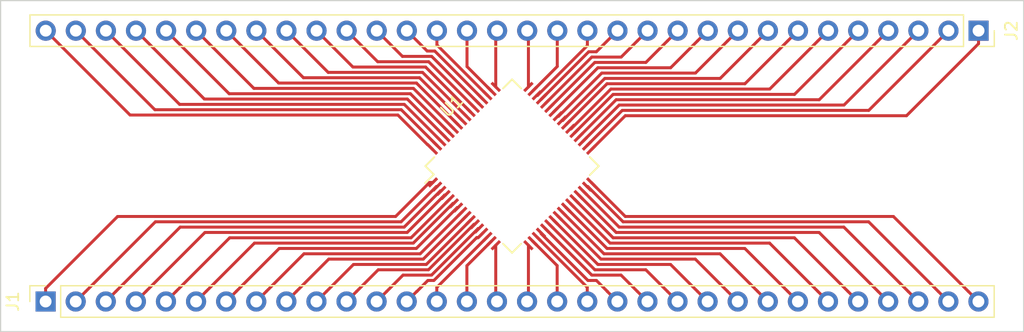
<source format=kicad_pcb>
(kicad_pcb (version 20171130) (host pcbnew "(5.0.2)-1")

  (general
    (thickness 1.6)
    (drawings 4)
    (tracks 256)
    (zones 0)
    (modules 3)
    (nets 65)
  )

  (page A4)
  (layers
    (0 F.Cu signal)
    (31 B.Cu signal)
    (32 B.Adhes user)
    (33 F.Adhes user)
    (34 B.Paste user)
    (35 F.Paste user)
    (36 B.SilkS user)
    (37 F.SilkS user)
    (38 B.Mask user)
    (39 F.Mask user)
    (40 Dwgs.User user)
    (41 Cmts.User user)
    (42 Eco1.User user)
    (43 Eco2.User user)
    (44 Edge.Cuts user)
    (45 Margin user)
    (46 B.CrtYd user)
    (47 F.CrtYd user)
    (48 B.Fab user)
    (49 F.Fab user)
  )

  (setup
    (last_trace_width 0.25)
    (trace_clearance 0.2)
    (zone_clearance 0.508)
    (zone_45_only no)
    (trace_min 0.2)
    (segment_width 0.2)
    (edge_width 0.1)
    (via_size 0.8)
    (via_drill 0.4)
    (via_min_size 0.4)
    (via_min_drill 0.3)
    (uvia_size 0.3)
    (uvia_drill 0.1)
    (uvias_allowed no)
    (uvia_min_size 0.2)
    (uvia_min_drill 0.1)
    (pcb_text_width 0.3)
    (pcb_text_size 1.5 1.5)
    (mod_edge_width 0.15)
    (mod_text_size 1 1)
    (mod_text_width 0.15)
    (pad_size 1.5 1.5)
    (pad_drill 0.6)
    (pad_to_mask_clearance 0)
    (solder_mask_min_width 0.25)
    (aux_axis_origin 0 0)
    (visible_elements 7FFFFFFF)
    (pcbplotparams
      (layerselection 0x010fc_ffffffff)
      (usegerberextensions false)
      (usegerberattributes false)
      (usegerberadvancedattributes false)
      (creategerberjobfile false)
      (excludeedgelayer true)
      (linewidth 0.100000)
      (plotframeref false)
      (viasonmask false)
      (mode 1)
      (useauxorigin false)
      (hpglpennumber 1)
      (hpglpenspeed 20)
      (hpglpendiameter 15.000000)
      (psnegative false)
      (psa4output false)
      (plotreference true)
      (plotvalue true)
      (plotinvisibletext false)
      (padsonsilk false)
      (subtractmaskfromsilk false)
      (outputformat 1)
      (mirror false)
      (drillshape 1)
      (scaleselection 1)
      (outputdirectory ""))
  )

  (net 0 "")
  (net 1 "Net-(J1-Pad1)")
  (net 2 "Net-(J1-Pad2)")
  (net 3 "Net-(J1-Pad3)")
  (net 4 "Net-(J1-Pad4)")
  (net 5 "Net-(J1-Pad5)")
  (net 6 "Net-(J1-Pad6)")
  (net 7 "Net-(J1-Pad7)")
  (net 8 "Net-(J1-Pad8)")
  (net 9 "Net-(J1-Pad9)")
  (net 10 "Net-(J1-Pad10)")
  (net 11 "Net-(J1-Pad11)")
  (net 12 "Net-(J1-Pad12)")
  (net 13 "Net-(J1-Pad13)")
  (net 14 "Net-(J1-Pad14)")
  (net 15 "Net-(J1-Pad15)")
  (net 16 "Net-(J1-Pad16)")
  (net 17 "Net-(J1-Pad17)")
  (net 18 "Net-(J1-Pad18)")
  (net 19 "Net-(J1-Pad19)")
  (net 20 "Net-(J1-Pad20)")
  (net 21 "Net-(J1-Pad21)")
  (net 22 "Net-(J1-Pad22)")
  (net 23 "Net-(J1-Pad23)")
  (net 24 "Net-(J1-Pad24)")
  (net 25 "Net-(J1-Pad25)")
  (net 26 "Net-(J1-Pad26)")
  (net 27 "Net-(J1-Pad27)")
  (net 28 "Net-(J1-Pad28)")
  (net 29 "Net-(J1-Pad29)")
  (net 30 "Net-(J1-Pad30)")
  (net 31 "Net-(J1-Pad31)")
  (net 32 "Net-(J1-Pad32)")
  (net 33 "Net-(J2-Pad1)")
  (net 34 "Net-(J2-Pad2)")
  (net 35 "Net-(J2-Pad3)")
  (net 36 "Net-(J2-Pad4)")
  (net 37 "Net-(J2-Pad5)")
  (net 38 "Net-(J2-Pad6)")
  (net 39 "Net-(J2-Pad7)")
  (net 40 "Net-(J2-Pad8)")
  (net 41 "Net-(J2-Pad9)")
  (net 42 "Net-(J2-Pad10)")
  (net 43 "Net-(J2-Pad11)")
  (net 44 "Net-(J2-Pad12)")
  (net 45 "Net-(J2-Pad13)")
  (net 46 "Net-(J2-Pad14)")
  (net 47 "Net-(J2-Pad15)")
  (net 48 "Net-(J2-Pad16)")
  (net 49 "Net-(J2-Pad17)")
  (net 50 "Net-(J2-Pad18)")
  (net 51 "Net-(J2-Pad19)")
  (net 52 "Net-(J2-Pad20)")
  (net 53 "Net-(J2-Pad21)")
  (net 54 "Net-(J2-Pad22)")
  (net 55 "Net-(J2-Pad23)")
  (net 56 "Net-(J2-Pad24)")
  (net 57 "Net-(J2-Pad25)")
  (net 58 "Net-(J2-Pad26)")
  (net 59 "Net-(J2-Pad27)")
  (net 60 "Net-(J2-Pad28)")
  (net 61 "Net-(J2-Pad29)")
  (net 62 "Net-(J2-Pad30)")
  (net 63 "Net-(J2-Pad31)")
  (net 64 "Net-(J2-Pad32)")

  (net_class Default "This is the default net class."
    (clearance 0.2)
    (trace_width 0.25)
    (via_dia 0.8)
    (via_drill 0.4)
    (uvia_dia 0.3)
    (uvia_drill 0.1)
    (add_net "Net-(J1-Pad1)")
    (add_net "Net-(J1-Pad10)")
    (add_net "Net-(J1-Pad11)")
    (add_net "Net-(J1-Pad12)")
    (add_net "Net-(J1-Pad13)")
    (add_net "Net-(J1-Pad14)")
    (add_net "Net-(J1-Pad15)")
    (add_net "Net-(J1-Pad16)")
    (add_net "Net-(J1-Pad17)")
    (add_net "Net-(J1-Pad18)")
    (add_net "Net-(J1-Pad19)")
    (add_net "Net-(J1-Pad2)")
    (add_net "Net-(J1-Pad20)")
    (add_net "Net-(J1-Pad21)")
    (add_net "Net-(J1-Pad22)")
    (add_net "Net-(J1-Pad23)")
    (add_net "Net-(J1-Pad24)")
    (add_net "Net-(J1-Pad25)")
    (add_net "Net-(J1-Pad26)")
    (add_net "Net-(J1-Pad27)")
    (add_net "Net-(J1-Pad28)")
    (add_net "Net-(J1-Pad29)")
    (add_net "Net-(J1-Pad3)")
    (add_net "Net-(J1-Pad30)")
    (add_net "Net-(J1-Pad31)")
    (add_net "Net-(J1-Pad32)")
    (add_net "Net-(J1-Pad4)")
    (add_net "Net-(J1-Pad5)")
    (add_net "Net-(J1-Pad6)")
    (add_net "Net-(J1-Pad7)")
    (add_net "Net-(J1-Pad8)")
    (add_net "Net-(J1-Pad9)")
    (add_net "Net-(J2-Pad1)")
    (add_net "Net-(J2-Pad10)")
    (add_net "Net-(J2-Pad11)")
    (add_net "Net-(J2-Pad12)")
    (add_net "Net-(J2-Pad13)")
    (add_net "Net-(J2-Pad14)")
    (add_net "Net-(J2-Pad15)")
    (add_net "Net-(J2-Pad16)")
    (add_net "Net-(J2-Pad17)")
    (add_net "Net-(J2-Pad18)")
    (add_net "Net-(J2-Pad19)")
    (add_net "Net-(J2-Pad2)")
    (add_net "Net-(J2-Pad20)")
    (add_net "Net-(J2-Pad21)")
    (add_net "Net-(J2-Pad22)")
    (add_net "Net-(J2-Pad23)")
    (add_net "Net-(J2-Pad24)")
    (add_net "Net-(J2-Pad25)")
    (add_net "Net-(J2-Pad26)")
    (add_net "Net-(J2-Pad27)")
    (add_net "Net-(J2-Pad28)")
    (add_net "Net-(J2-Pad29)")
    (add_net "Net-(J2-Pad3)")
    (add_net "Net-(J2-Pad30)")
    (add_net "Net-(J2-Pad31)")
    (add_net "Net-(J2-Pad32)")
    (add_net "Net-(J2-Pad4)")
    (add_net "Net-(J2-Pad5)")
    (add_net "Net-(J2-Pad6)")
    (add_net "Net-(J2-Pad7)")
    (add_net "Net-(J2-Pad8)")
    (add_net "Net-(J2-Pad9)")
  )

  (module Connector_PinSocket_2.54mm:PinSocket_1x32_P2.54mm_Vertical (layer F.Cu) (tedit 5C86FE45) (tstamp 5C8708BE)
    (at 227.33 76.2 270)
    (descr "Through hole straight socket strip, 1x32, 2.54mm pitch, single row (from Kicad 4.0.7), script generated")
    (tags "Through hole socket strip THT 1x32 2.54mm single row")
    (path /5C8C1000)
    (fp_text reference J2 (at 0 -2.77 270) (layer F.SilkS)
      (effects (font (size 1 1) (thickness 0.15)))
    )
    (fp_text value "" (at 0 81.51 270) (layer F.Fab)
      (effects (font (size 1 1) (thickness 0.15)))
    )
    (fp_line (start -1.27 -1.27) (end 0.635 -1.27) (layer F.Fab) (width 0.1))
    (fp_line (start 0.635 -1.27) (end 1.27 -0.635) (layer F.Fab) (width 0.1))
    (fp_line (start 1.27 -0.635) (end 1.27 80.01) (layer F.Fab) (width 0.1))
    (fp_line (start 1.27 80.01) (end -1.27 80.01) (layer F.Fab) (width 0.1))
    (fp_line (start -1.27 80.01) (end -1.27 -1.27) (layer F.Fab) (width 0.1))
    (fp_line (start -1.33 1.27) (end 1.33 1.27) (layer F.SilkS) (width 0.12))
    (fp_line (start -1.33 1.27) (end -1.33 80.07) (layer F.SilkS) (width 0.12))
    (fp_line (start -1.33 80.07) (end 1.33 80.07) (layer F.SilkS) (width 0.12))
    (fp_line (start 1.33 1.27) (end 1.33 80.07) (layer F.SilkS) (width 0.12))
    (fp_line (start 1.33 -1.33) (end 1.33 0) (layer F.SilkS) (width 0.12))
    (fp_line (start 0 -1.33) (end 1.33 -1.33) (layer F.SilkS) (width 0.12))
    (fp_line (start -1.8 -1.8) (end 1.75 -1.8) (layer F.CrtYd) (width 0.05))
    (fp_line (start 1.75 -1.8) (end 1.75 80.55) (layer F.CrtYd) (width 0.05))
    (fp_line (start 1.75 80.55) (end -1.8 80.55) (layer F.CrtYd) (width 0.05))
    (fp_line (start -1.8 80.55) (end -1.8 -1.8) (layer F.CrtYd) (width 0.05))
    (fp_text user %R (at 0 39.37) (layer F.Fab)
      (effects (font (size 1 1) (thickness 0.15)))
    )
    (pad 1 thru_hole rect (at 0 0 270) (size 1.7 1.7) (drill 1) (layers *.Cu *.Mask)
      (net 33 "Net-(J2-Pad1)"))
    (pad 2 thru_hole oval (at 0 2.54 270) (size 1.7 1.7) (drill 1) (layers *.Cu *.Mask)
      (net 34 "Net-(J2-Pad2)"))
    (pad 3 thru_hole oval (at 0 5.08 270) (size 1.7 1.7) (drill 1) (layers *.Cu *.Mask)
      (net 35 "Net-(J2-Pad3)"))
    (pad 4 thru_hole oval (at 0 7.62 270) (size 1.7 1.7) (drill 1) (layers *.Cu *.Mask)
      (net 36 "Net-(J2-Pad4)"))
    (pad 5 thru_hole oval (at 0 10.16 270) (size 1.7 1.7) (drill 1) (layers *.Cu *.Mask)
      (net 37 "Net-(J2-Pad5)"))
    (pad 6 thru_hole oval (at 0 12.7 270) (size 1.7 1.7) (drill 1) (layers *.Cu *.Mask)
      (net 38 "Net-(J2-Pad6)"))
    (pad 7 thru_hole oval (at 0 15.24 270) (size 1.7 1.7) (drill 1) (layers *.Cu *.Mask)
      (net 39 "Net-(J2-Pad7)"))
    (pad 8 thru_hole oval (at 0 17.78 270) (size 1.7 1.7) (drill 1) (layers *.Cu *.Mask)
      (net 40 "Net-(J2-Pad8)"))
    (pad 9 thru_hole oval (at 0 20.32 270) (size 1.7 1.7) (drill 1) (layers *.Cu *.Mask)
      (net 41 "Net-(J2-Pad9)"))
    (pad 10 thru_hole oval (at 0 22.86 270) (size 1.7 1.7) (drill 1) (layers *.Cu *.Mask)
      (net 42 "Net-(J2-Pad10)"))
    (pad 11 thru_hole oval (at 0 25.4 270) (size 1.7 1.7) (drill 1) (layers *.Cu *.Mask)
      (net 43 "Net-(J2-Pad11)"))
    (pad 12 thru_hole oval (at 0 27.94 270) (size 1.7 1.7) (drill 1) (layers *.Cu *.Mask)
      (net 44 "Net-(J2-Pad12)"))
    (pad 13 thru_hole oval (at 0 30.48 270) (size 1.7 1.7) (drill 1) (layers *.Cu *.Mask)
      (net 45 "Net-(J2-Pad13)"))
    (pad 14 thru_hole oval (at 0 33.02 270) (size 1.7 1.7) (drill 1) (layers *.Cu *.Mask)
      (net 46 "Net-(J2-Pad14)"))
    (pad 15 thru_hole oval (at 0 35.56 270) (size 1.7 1.7) (drill 1) (layers *.Cu *.Mask)
      (net 47 "Net-(J2-Pad15)"))
    (pad 16 thru_hole oval (at 0 38.1 270) (size 1.7 1.7) (drill 1) (layers *.Cu *.Mask)
      (net 48 "Net-(J2-Pad16)"))
    (pad 17 thru_hole oval (at 0 40.64 270) (size 1.7 1.7) (drill 1) (layers *.Cu *.Mask)
      (net 49 "Net-(J2-Pad17)"))
    (pad 18 thru_hole oval (at 0 43.18 270) (size 1.7 1.7) (drill 1) (layers *.Cu *.Mask)
      (net 50 "Net-(J2-Pad18)"))
    (pad 19 thru_hole oval (at 0 45.72 270) (size 1.7 1.7) (drill 1) (layers *.Cu *.Mask)
      (net 51 "Net-(J2-Pad19)"))
    (pad 20 thru_hole oval (at 0 48.26 270) (size 1.7 1.7) (drill 1) (layers *.Cu *.Mask)
      (net 52 "Net-(J2-Pad20)"))
    (pad 21 thru_hole oval (at 0 50.8 270) (size 1.7 1.7) (drill 1) (layers *.Cu *.Mask)
      (net 53 "Net-(J2-Pad21)"))
    (pad 22 thru_hole oval (at 0 53.34 270) (size 1.7 1.7) (drill 1) (layers *.Cu *.Mask)
      (net 54 "Net-(J2-Pad22)"))
    (pad 23 thru_hole oval (at 0 55.88 270) (size 1.7 1.7) (drill 1) (layers *.Cu *.Mask)
      (net 55 "Net-(J2-Pad23)"))
    (pad 24 thru_hole oval (at 0 58.42 270) (size 1.7 1.7) (drill 1) (layers *.Cu *.Mask)
      (net 56 "Net-(J2-Pad24)"))
    (pad 25 thru_hole oval (at 0 60.96 270) (size 1.7 1.7) (drill 1) (layers *.Cu *.Mask)
      (net 57 "Net-(J2-Pad25)"))
    (pad 26 thru_hole oval (at 0 63.5 270) (size 1.7 1.7) (drill 1) (layers *.Cu *.Mask)
      (net 58 "Net-(J2-Pad26)"))
    (pad 27 thru_hole oval (at 0 66.04 270) (size 1.7 1.7) (drill 1) (layers *.Cu *.Mask)
      (net 59 "Net-(J2-Pad27)"))
    (pad 28 thru_hole oval (at 0 68.58 270) (size 1.7 1.7) (drill 1) (layers *.Cu *.Mask)
      (net 60 "Net-(J2-Pad28)"))
    (pad 29 thru_hole oval (at 0 71.12 270) (size 1.7 1.7) (drill 1) (layers *.Cu *.Mask)
      (net 61 "Net-(J2-Pad29)"))
    (pad 30 thru_hole oval (at 0 73.66 270) (size 1.7 1.7) (drill 1) (layers *.Cu *.Mask)
      (net 62 "Net-(J2-Pad30)"))
    (pad 31 thru_hole oval (at 0 76.2 270) (size 1.7 1.7) (drill 1) (layers *.Cu *.Mask)
      (net 63 "Net-(J2-Pad31)"))
    (pad 32 thru_hole oval (at 0 78.74 270) (size 1.7 1.7) (drill 1) (layers *.Cu *.Mask)
      (net 64 "Net-(J2-Pad32)"))
    (model ${KISYS3DMOD}/Connector_PinSocket_2.54mm.3dshapes/PinSocket_1x32_P2.54mm_Vertical.wrl
      (at (xyz 0 0 0))
      (scale (xyz 1 1 1))
      (rotate (xyz 0 0 0))
    )
  )

  (module Package_QFP:LQFP-64_10x10mm_P0.5mm (layer F.Cu) (tedit 5A02F146) (tstamp 5C87007F)
    (at 187.955 87.63 45)
    (descr "64 LEAD LQFP 10x10mm (see MICREL LQFP10x10-64LD-PL-1.pdf)")
    (tags "QFP 0.5")
    (path /5C86EACD)
    (attr smd)
    (fp_text reference U1 (at 0 -7.2 45) (layer F.SilkS)
      (effects (font (size 1 1) (thickness 0.15)))
    )
    (fp_text value STM32F446RCTx (at 0 7.2 45) (layer F.Fab)
      (effects (font (size 1 1) (thickness 0.15)))
    )
    (fp_text user %R (at 0 0 45) (layer F.Fab)
      (effects (font (size 1 1) (thickness 0.15)))
    )
    (fp_line (start -4 -5) (end 5 -5) (layer F.Fab) (width 0.15))
    (fp_line (start 5 -5) (end 5 5) (layer F.Fab) (width 0.15))
    (fp_line (start 5 5) (end -5 5) (layer F.Fab) (width 0.15))
    (fp_line (start -5 5) (end -5 -4) (layer F.Fab) (width 0.15))
    (fp_line (start -5 -4) (end -4 -5) (layer F.Fab) (width 0.15))
    (fp_line (start -6.45 -6.45) (end -6.45 6.45) (layer F.CrtYd) (width 0.05))
    (fp_line (start 6.45 -6.45) (end 6.45 6.45) (layer F.CrtYd) (width 0.05))
    (fp_line (start -6.45 -6.45) (end 6.45 -6.45) (layer F.CrtYd) (width 0.05))
    (fp_line (start -6.45 6.45) (end 6.45 6.45) (layer F.CrtYd) (width 0.05))
    (fp_line (start -5.175 -5.175) (end -5.175 -4.175) (layer F.SilkS) (width 0.15))
    (fp_line (start 5.175 -5.175) (end 5.175 -4.1) (layer F.SilkS) (width 0.15))
    (fp_line (start 5.175 5.175) (end 5.175 4.1) (layer F.SilkS) (width 0.15))
    (fp_line (start -5.175 5.175) (end -5.175 4.1) (layer F.SilkS) (width 0.15))
    (fp_line (start -5.175 -5.175) (end -4.1 -5.175) (layer F.SilkS) (width 0.15))
    (fp_line (start -5.175 5.175) (end -4.1 5.175) (layer F.SilkS) (width 0.15))
    (fp_line (start 5.175 5.175) (end 4.1 5.175) (layer F.SilkS) (width 0.15))
    (fp_line (start 5.175 -5.175) (end 4.1 -5.175) (layer F.SilkS) (width 0.15))
    (fp_line (start -5.175 -4.175) (end -6.2 -4.175) (layer F.SilkS) (width 0.15))
    (pad 1 smd rect (at -5.7 -3.75 45) (size 1 0.25) (layers F.Cu F.Paste F.Mask)
      (net 1 "Net-(J1-Pad1)"))
    (pad 2 smd rect (at -5.7 -3.25 45) (size 1 0.25) (layers F.Cu F.Paste F.Mask)
      (net 2 "Net-(J1-Pad2)"))
    (pad 3 smd rect (at -5.7 -2.75 45) (size 1 0.25) (layers F.Cu F.Paste F.Mask)
      (net 3 "Net-(J1-Pad3)"))
    (pad 4 smd rect (at -5.7 -2.25 45) (size 1 0.25) (layers F.Cu F.Paste F.Mask)
      (net 4 "Net-(J1-Pad4)"))
    (pad 5 smd rect (at -5.7 -1.75 45) (size 1 0.25) (layers F.Cu F.Paste F.Mask)
      (net 5 "Net-(J1-Pad5)"))
    (pad 6 smd rect (at -5.7 -1.25 45) (size 1 0.25) (layers F.Cu F.Paste F.Mask)
      (net 6 "Net-(J1-Pad6)"))
    (pad 7 smd rect (at -5.7 -0.75 45) (size 1 0.25) (layers F.Cu F.Paste F.Mask)
      (net 7 "Net-(J1-Pad7)"))
    (pad 8 smd rect (at -5.7 -0.25 45) (size 1 0.25) (layers F.Cu F.Paste F.Mask)
      (net 8 "Net-(J1-Pad8)"))
    (pad 9 smd rect (at -5.7 0.25 45) (size 1 0.25) (layers F.Cu F.Paste F.Mask)
      (net 9 "Net-(J1-Pad9)"))
    (pad 10 smd rect (at -5.7 0.75 45) (size 1 0.25) (layers F.Cu F.Paste F.Mask)
      (net 10 "Net-(J1-Pad10)"))
    (pad 11 smd rect (at -5.7 1.25 45) (size 1 0.25) (layers F.Cu F.Paste F.Mask)
      (net 11 "Net-(J1-Pad11)"))
    (pad 12 smd rect (at -5.7 1.75 45) (size 1 0.25) (layers F.Cu F.Paste F.Mask)
      (net 12 "Net-(J1-Pad12)"))
    (pad 13 smd rect (at -5.7 2.25 45) (size 1 0.25) (layers F.Cu F.Paste F.Mask)
      (net 13 "Net-(J1-Pad13)"))
    (pad 14 smd rect (at -5.7 2.75 45) (size 1 0.25) (layers F.Cu F.Paste F.Mask)
      (net 14 "Net-(J1-Pad14)"))
    (pad 15 smd rect (at -5.7 3.25 45) (size 1 0.25) (layers F.Cu F.Paste F.Mask)
      (net 15 "Net-(J1-Pad15)"))
    (pad 16 smd rect (at -5.7 3.75 45) (size 1 0.25) (layers F.Cu F.Paste F.Mask)
      (net 16 "Net-(J1-Pad16)"))
    (pad 17 smd rect (at -3.75 5.7 135) (size 1 0.25) (layers F.Cu F.Paste F.Mask)
      (net 17 "Net-(J1-Pad17)"))
    (pad 18 smd rect (at -3.25 5.7 135) (size 1 0.25) (layers F.Cu F.Paste F.Mask)
      (net 18 "Net-(J1-Pad18)"))
    (pad 19 smd rect (at -2.75 5.7 135) (size 1 0.25) (layers F.Cu F.Paste F.Mask)
      (net 19 "Net-(J1-Pad19)"))
    (pad 20 smd rect (at -2.25 5.7 135) (size 1 0.25) (layers F.Cu F.Paste F.Mask)
      (net 20 "Net-(J1-Pad20)"))
    (pad 21 smd rect (at -1.75 5.7 135) (size 1 0.25) (layers F.Cu F.Paste F.Mask)
      (net 21 "Net-(J1-Pad21)"))
    (pad 22 smd rect (at -1.25 5.7 135) (size 1 0.25) (layers F.Cu F.Paste F.Mask)
      (net 22 "Net-(J1-Pad22)"))
    (pad 23 smd rect (at -0.75 5.7 135) (size 1 0.25) (layers F.Cu F.Paste F.Mask)
      (net 23 "Net-(J1-Pad23)"))
    (pad 24 smd rect (at -0.25 5.7 135) (size 1 0.25) (layers F.Cu F.Paste F.Mask)
      (net 24 "Net-(J1-Pad24)"))
    (pad 25 smd rect (at 0.25 5.7 135) (size 1 0.25) (layers F.Cu F.Paste F.Mask)
      (net 25 "Net-(J1-Pad25)"))
    (pad 26 smd rect (at 0.75 5.7 135) (size 1 0.25) (layers F.Cu F.Paste F.Mask)
      (net 26 "Net-(J1-Pad26)"))
    (pad 27 smd rect (at 1.25 5.7 135) (size 1 0.25) (layers F.Cu F.Paste F.Mask)
      (net 27 "Net-(J1-Pad27)"))
    (pad 28 smd rect (at 1.75 5.7 135) (size 1 0.25) (layers F.Cu F.Paste F.Mask)
      (net 28 "Net-(J1-Pad28)"))
    (pad 29 smd rect (at 2.25 5.7 135) (size 1 0.25) (layers F.Cu F.Paste F.Mask)
      (net 29 "Net-(J1-Pad29)"))
    (pad 30 smd rect (at 2.75 5.7 135) (size 1 0.25) (layers F.Cu F.Paste F.Mask)
      (net 30 "Net-(J1-Pad30)"))
    (pad 31 smd rect (at 3.25 5.7 135) (size 1 0.25) (layers F.Cu F.Paste F.Mask)
      (net 31 "Net-(J1-Pad31)"))
    (pad 32 smd rect (at 3.75 5.7 135) (size 1 0.25) (layers F.Cu F.Paste F.Mask)
      (net 32 "Net-(J1-Pad32)"))
    (pad 33 smd rect (at 5.7 3.75 45) (size 1 0.25) (layers F.Cu F.Paste F.Mask)
      (net 33 "Net-(J2-Pad1)"))
    (pad 34 smd rect (at 5.7 3.25 45) (size 1 0.25) (layers F.Cu F.Paste F.Mask)
      (net 34 "Net-(J2-Pad2)"))
    (pad 35 smd rect (at 5.7 2.75 45) (size 1 0.25) (layers F.Cu F.Paste F.Mask)
      (net 35 "Net-(J2-Pad3)"))
    (pad 36 smd rect (at 5.7 2.25 45) (size 1 0.25) (layers F.Cu F.Paste F.Mask)
      (net 36 "Net-(J2-Pad4)"))
    (pad 37 smd rect (at 5.7 1.75 45) (size 1 0.25) (layers F.Cu F.Paste F.Mask)
      (net 37 "Net-(J2-Pad5)"))
    (pad 38 smd rect (at 5.7 1.25 45) (size 1 0.25) (layers F.Cu F.Paste F.Mask)
      (net 38 "Net-(J2-Pad6)"))
    (pad 39 smd rect (at 5.7 0.75 45) (size 1 0.25) (layers F.Cu F.Paste F.Mask)
      (net 39 "Net-(J2-Pad7)"))
    (pad 40 smd rect (at 5.7 0.25 45) (size 1 0.25) (layers F.Cu F.Paste F.Mask)
      (net 40 "Net-(J2-Pad8)"))
    (pad 41 smd rect (at 5.7 -0.25 45) (size 1 0.25) (layers F.Cu F.Paste F.Mask)
      (net 41 "Net-(J2-Pad9)"))
    (pad 42 smd rect (at 5.7 -0.75 45) (size 1 0.25) (layers F.Cu F.Paste F.Mask)
      (net 42 "Net-(J2-Pad10)"))
    (pad 43 smd rect (at 5.7 -1.25 45) (size 1 0.25) (layers F.Cu F.Paste F.Mask)
      (net 43 "Net-(J2-Pad11)"))
    (pad 44 smd rect (at 5.7 -1.75 45) (size 1 0.25) (layers F.Cu F.Paste F.Mask)
      (net 44 "Net-(J2-Pad12)"))
    (pad 45 smd rect (at 5.7 -2.25 45) (size 1 0.25) (layers F.Cu F.Paste F.Mask)
      (net 45 "Net-(J2-Pad13)"))
    (pad 46 smd rect (at 5.7 -2.75 45) (size 1 0.25) (layers F.Cu F.Paste F.Mask)
      (net 46 "Net-(J2-Pad14)"))
    (pad 47 smd rect (at 5.7 -3.25 45) (size 1 0.25) (layers F.Cu F.Paste F.Mask)
      (net 47 "Net-(J2-Pad15)"))
    (pad 48 smd rect (at 5.7 -3.75 45) (size 1 0.25) (layers F.Cu F.Paste F.Mask)
      (net 48 "Net-(J2-Pad16)"))
    (pad 49 smd rect (at 3.75 -5.7 135) (size 1 0.25) (layers F.Cu F.Paste F.Mask)
      (net 49 "Net-(J2-Pad17)"))
    (pad 50 smd rect (at 3.25 -5.7 135) (size 1 0.25) (layers F.Cu F.Paste F.Mask)
      (net 50 "Net-(J2-Pad18)"))
    (pad 51 smd rect (at 2.75 -5.7 135) (size 1 0.25) (layers F.Cu F.Paste F.Mask)
      (net 51 "Net-(J2-Pad19)"))
    (pad 52 smd rect (at 2.25 -5.7 135) (size 1 0.25) (layers F.Cu F.Paste F.Mask)
      (net 52 "Net-(J2-Pad20)"))
    (pad 53 smd rect (at 1.75 -5.7 135) (size 1 0.25) (layers F.Cu F.Paste F.Mask)
      (net 53 "Net-(J2-Pad21)"))
    (pad 54 smd rect (at 1.25 -5.7 135) (size 1 0.25) (layers F.Cu F.Paste F.Mask)
      (net 54 "Net-(J2-Pad22)"))
    (pad 55 smd rect (at 0.75 -5.7 135) (size 1 0.25) (layers F.Cu F.Paste F.Mask)
      (net 55 "Net-(J2-Pad23)"))
    (pad 56 smd rect (at 0.25 -5.7 135) (size 1 0.25) (layers F.Cu F.Paste F.Mask)
      (net 56 "Net-(J2-Pad24)"))
    (pad 57 smd rect (at -0.25 -5.7 135) (size 1 0.25) (layers F.Cu F.Paste F.Mask)
      (net 57 "Net-(J2-Pad25)"))
    (pad 58 smd rect (at -0.75 -5.7 135) (size 1 0.25) (layers F.Cu F.Paste F.Mask)
      (net 58 "Net-(J2-Pad26)"))
    (pad 59 smd rect (at -1.25 -5.7 135) (size 1 0.25) (layers F.Cu F.Paste F.Mask)
      (net 59 "Net-(J2-Pad27)"))
    (pad 60 smd rect (at -1.75 -5.7 135) (size 1 0.25) (layers F.Cu F.Paste F.Mask)
      (net 60 "Net-(J2-Pad28)"))
    (pad 61 smd rect (at -2.25 -5.7 135) (size 1 0.25) (layers F.Cu F.Paste F.Mask)
      (net 61 "Net-(J2-Pad29)"))
    (pad 62 smd rect (at -2.75 -5.7 135) (size 1 0.25) (layers F.Cu F.Paste F.Mask)
      (net 62 "Net-(J2-Pad30)"))
    (pad 63 smd rect (at -3.25 -5.7 135) (size 1 0.25) (layers F.Cu F.Paste F.Mask)
      (net 63 "Net-(J2-Pad31)"))
    (pad 64 smd rect (at -3.75 -5.7 135) (size 1 0.25) (layers F.Cu F.Paste F.Mask)
      (net 64 "Net-(J2-Pad32)"))
    (model ${KISYS3DMOD}/Package_QFP.3dshapes/LQFP-64_10x10mm_P0.5mm.wrl
      (at (xyz 0 0 0))
      (scale (xyz 1 1 1))
      (rotate (xyz 0 0 0))
    )
  )

  (module Connector_PinSocket_2.54mm:PinSocket_1x32_P2.54mm_Vertical (layer F.Cu) (tedit 5C86FE4B) (tstamp 5C873163)
    (at 148.58 99.06 90)
    (descr "Through hole straight socket strip, 1x32, 2.54mm pitch, single row (from Kicad 4.0.7), script generated")
    (tags "Through hole socket strip THT 1x32 2.54mm single row")
    (path /5C86EF0A)
    (fp_text reference J1 (at 0 -2.77 90) (layer F.SilkS)
      (effects (font (size 1 1) (thickness 0.15)))
    )
    (fp_text value "" (at 0 81.51 90) (layer F.Fab)
      (effects (font (size 1 1) (thickness 0.15)))
    )
    (fp_text user %R (at 0 39.37 180) (layer F.Fab)
      (effects (font (size 1 1) (thickness 0.15)))
    )
    (fp_line (start -1.8 80.55) (end -1.8 -1.8) (layer F.CrtYd) (width 0.05))
    (fp_line (start 1.75 80.55) (end -1.8 80.55) (layer F.CrtYd) (width 0.05))
    (fp_line (start 1.75 -1.8) (end 1.75 80.55) (layer F.CrtYd) (width 0.05))
    (fp_line (start -1.8 -1.8) (end 1.75 -1.8) (layer F.CrtYd) (width 0.05))
    (fp_line (start 0 -1.33) (end 1.33 -1.33) (layer F.SilkS) (width 0.12))
    (fp_line (start 1.33 -1.33) (end 1.33 0) (layer F.SilkS) (width 0.12))
    (fp_line (start 1.33 1.27) (end 1.33 80.07) (layer F.SilkS) (width 0.12))
    (fp_line (start -1.33 80.07) (end 1.33 80.07) (layer F.SilkS) (width 0.12))
    (fp_line (start -1.33 1.27) (end -1.33 80.07) (layer F.SilkS) (width 0.12))
    (fp_line (start -1.33 1.27) (end 1.33 1.27) (layer F.SilkS) (width 0.12))
    (fp_line (start -1.27 80.01) (end -1.27 -1.27) (layer F.Fab) (width 0.1))
    (fp_line (start 1.27 80.01) (end -1.27 80.01) (layer F.Fab) (width 0.1))
    (fp_line (start 1.27 -0.635) (end 1.27 80.01) (layer F.Fab) (width 0.1))
    (fp_line (start 0.635 -1.27) (end 1.27 -0.635) (layer F.Fab) (width 0.1))
    (fp_line (start -1.27 -1.27) (end 0.635 -1.27) (layer F.Fab) (width 0.1))
    (pad 32 thru_hole oval (at 0 78.74 90) (size 1.7 1.7) (drill 1) (layers *.Cu *.Mask)
      (net 32 "Net-(J1-Pad32)"))
    (pad 31 thru_hole oval (at 0 76.2 90) (size 1.7 1.7) (drill 1) (layers *.Cu *.Mask)
      (net 31 "Net-(J1-Pad31)"))
    (pad 30 thru_hole oval (at 0 73.66 90) (size 1.7 1.7) (drill 1) (layers *.Cu *.Mask)
      (net 30 "Net-(J1-Pad30)"))
    (pad 29 thru_hole oval (at 0 71.12 90) (size 1.7 1.7) (drill 1) (layers *.Cu *.Mask)
      (net 29 "Net-(J1-Pad29)"))
    (pad 28 thru_hole oval (at 0 68.58 90) (size 1.7 1.7) (drill 1) (layers *.Cu *.Mask)
      (net 28 "Net-(J1-Pad28)"))
    (pad 27 thru_hole oval (at 0 66.04 90) (size 1.7 1.7) (drill 1) (layers *.Cu *.Mask)
      (net 27 "Net-(J1-Pad27)"))
    (pad 26 thru_hole oval (at 0 63.5 90) (size 1.7 1.7) (drill 1) (layers *.Cu *.Mask)
      (net 26 "Net-(J1-Pad26)"))
    (pad 25 thru_hole oval (at 0 60.96 90) (size 1.7 1.7) (drill 1) (layers *.Cu *.Mask)
      (net 25 "Net-(J1-Pad25)"))
    (pad 24 thru_hole oval (at 0 58.42 90) (size 1.7 1.7) (drill 1) (layers *.Cu *.Mask)
      (net 24 "Net-(J1-Pad24)"))
    (pad 23 thru_hole oval (at 0 55.88 90) (size 1.7 1.7) (drill 1) (layers *.Cu *.Mask)
      (net 23 "Net-(J1-Pad23)"))
    (pad 22 thru_hole oval (at 0 53.34 90) (size 1.7 1.7) (drill 1) (layers *.Cu *.Mask)
      (net 22 "Net-(J1-Pad22)"))
    (pad 21 thru_hole oval (at 0 50.8 90) (size 1.7 1.7) (drill 1) (layers *.Cu *.Mask)
      (net 21 "Net-(J1-Pad21)"))
    (pad 20 thru_hole oval (at 0 48.26 90) (size 1.7 1.7) (drill 1) (layers *.Cu *.Mask)
      (net 20 "Net-(J1-Pad20)"))
    (pad 19 thru_hole oval (at 0 45.72 90) (size 1.7 1.7) (drill 1) (layers *.Cu *.Mask)
      (net 19 "Net-(J1-Pad19)"))
    (pad 18 thru_hole oval (at 0 43.18 90) (size 1.7 1.7) (drill 1) (layers *.Cu *.Mask)
      (net 18 "Net-(J1-Pad18)"))
    (pad 17 thru_hole oval (at 0 40.64 90) (size 1.7 1.7) (drill 1) (layers *.Cu *.Mask)
      (net 17 "Net-(J1-Pad17)"))
    (pad 16 thru_hole oval (at 0 38.1 90) (size 1.7 1.7) (drill 1) (layers *.Cu *.Mask)
      (net 16 "Net-(J1-Pad16)"))
    (pad 15 thru_hole oval (at 0 35.56 90) (size 1.7 1.7) (drill 1) (layers *.Cu *.Mask)
      (net 15 "Net-(J1-Pad15)"))
    (pad 14 thru_hole oval (at 0 33.02 90) (size 1.7 1.7) (drill 1) (layers *.Cu *.Mask)
      (net 14 "Net-(J1-Pad14)"))
    (pad 13 thru_hole oval (at 0 30.48 90) (size 1.7 1.7) (drill 1) (layers *.Cu *.Mask)
      (net 13 "Net-(J1-Pad13)"))
    (pad 12 thru_hole oval (at 0 27.94 90) (size 1.7 1.7) (drill 1) (layers *.Cu *.Mask)
      (net 12 "Net-(J1-Pad12)"))
    (pad 11 thru_hole oval (at 0 25.4 90) (size 1.7 1.7) (drill 1) (layers *.Cu *.Mask)
      (net 11 "Net-(J1-Pad11)"))
    (pad 10 thru_hole oval (at 0 22.86 90) (size 1.7 1.7) (drill 1) (layers *.Cu *.Mask)
      (net 10 "Net-(J1-Pad10)"))
    (pad 9 thru_hole oval (at 0 20.32 90) (size 1.7 1.7) (drill 1) (layers *.Cu *.Mask)
      (net 9 "Net-(J1-Pad9)"))
    (pad 8 thru_hole oval (at 0 17.78 90) (size 1.7 1.7) (drill 1) (layers *.Cu *.Mask)
      (net 8 "Net-(J1-Pad8)"))
    (pad 7 thru_hole oval (at 0 15.24 90) (size 1.7 1.7) (drill 1) (layers *.Cu *.Mask)
      (net 7 "Net-(J1-Pad7)"))
    (pad 6 thru_hole oval (at 0 12.7 90) (size 1.7 1.7) (drill 1) (layers *.Cu *.Mask)
      (net 6 "Net-(J1-Pad6)"))
    (pad 5 thru_hole oval (at 0 10.16 90) (size 1.7 1.7) (drill 1) (layers *.Cu *.Mask)
      (net 5 "Net-(J1-Pad5)"))
    (pad 4 thru_hole oval (at 0 7.62 90) (size 1.7 1.7) (drill 1) (layers *.Cu *.Mask)
      (net 4 "Net-(J1-Pad4)"))
    (pad 3 thru_hole oval (at 0 5.08 90) (size 1.7 1.7) (drill 1) (layers *.Cu *.Mask)
      (net 3 "Net-(J1-Pad3)"))
    (pad 2 thru_hole oval (at 0 2.54 90) (size 1.7 1.7) (drill 1) (layers *.Cu *.Mask)
      (net 2 "Net-(J1-Pad2)"))
    (pad 1 thru_hole rect (at 0 0 90) (size 1.7 1.7) (drill 1) (layers *.Cu *.Mask)
      (net 1 "Net-(J1-Pad1)"))
    (model ${KISYS3DMOD}/Connector_PinSocket_2.54mm.3dshapes/PinSocket_1x32_P2.54mm_Vertical.wrl
      (at (xyz 0 0 0))
      (scale (xyz 1 1 1))
      (rotate (xyz 0 0 0))
    )
  )

  (gr_line (start 144.78 101.6) (end 231.14 101.6) (layer Edge.Cuts) (width 0.1))
  (gr_line (start 144.78 73.66) (end 144.78 101.6) (layer Edge.Cuts) (width 0.1))
  (gr_line (start 231.14 73.66) (end 144.78 73.66) (layer Edge.Cuts) (width 0.1))
  (gr_line (start 231.14 101.6) (end 231.14 73.66) (layer Edge.Cuts) (width 0.1))

  (segment (start 148.58 97.96) (end 148.58 99.06) (width 0.25) (layer F.Cu) (net 1))
  (segment (start 154.65812 91.88188) (end 148.58 97.96) (width 0.25) (layer F.Cu) (net 1))
  (segment (start 178.123042 91.88188) (end 154.65812 91.88188) (width 0.25) (layer F.Cu) (net 1))
  (segment (start 180.996064 89.008858) (end 178.123042 91.88188) (width 0.25) (layer F.Cu) (net 1))
  (segment (start 181.272841 89.008858) (end 180.996064 89.008858) (width 0.25) (layer F.Cu) (net 1))
  (segment (start 151.969999 98.210001) (end 151.12 99.06) (width 0.25) (layer F.Cu) (net 2))
  (segment (start 157.84811 92.33189) (end 151.969999 98.210001) (width 0.25) (layer F.Cu) (net 2))
  (segment (start 178.586221 92.33189) (end 157.84811 92.33189) (width 0.25) (layer F.Cu) (net 2))
  (segment (start 181.555699 89.362412) (end 178.586221 92.33189) (width 0.25) (layer F.Cu) (net 2))
  (segment (start 181.626394 89.362412) (end 181.555699 89.362412) (width 0.25) (layer F.Cu) (net 2))
  (segment (start 154.509999 98.210001) (end 153.66 99.06) (width 0.25) (layer F.Cu) (net 3))
  (segment (start 159.9381 92.7819) (end 154.509999 98.210001) (width 0.25) (layer F.Cu) (net 3))
  (segment (start 178.843318 92.7819) (end 159.9381 92.7819) (width 0.25) (layer F.Cu) (net 3))
  (segment (start 181.909253 89.715965) (end 178.843318 92.7819) (width 0.25) (layer F.Cu) (net 3))
  (segment (start 181.979948 89.715965) (end 181.909253 89.715965) (width 0.25) (layer F.Cu) (net 3))
  (segment (start 157.049999 98.210001) (end 156.2 99.06) (width 0.25) (layer F.Cu) (net 4))
  (segment (start 162.02809 93.23191) (end 157.049999 98.210001) (width 0.25) (layer F.Cu) (net 4))
  (segment (start 179.100415 93.23191) (end 162.02809 93.23191) (width 0.25) (layer F.Cu) (net 4))
  (segment (start 182.262807 90.069518) (end 179.100415 93.23191) (width 0.25) (layer F.Cu) (net 4))
  (segment (start 182.333501 90.069518) (end 182.262807 90.069518) (width 0.25) (layer F.Cu) (net 4))
  (segment (start 159.589999 98.210001) (end 158.74 99.06) (width 0.25) (layer F.Cu) (net 5))
  (segment (start 164.11808 93.68192) (end 159.589999 98.210001) (width 0.25) (layer F.Cu) (net 5))
  (segment (start 179.428206 93.68192) (end 164.11808 93.68192) (width 0.25) (layer F.Cu) (net 5))
  (segment (start 182.687054 90.423072) (end 179.428206 93.68192) (width 0.25) (layer F.Cu) (net 5))
  (segment (start 162.129999 98.210001) (end 161.28 99.06) (width 0.25) (layer F.Cu) (net 6))
  (segment (start 166.20807 94.13193) (end 162.129999 98.210001) (width 0.25) (layer F.Cu) (net 6))
  (segment (start 179.614608 94.13193) (end 166.20807 94.13193) (width 0.25) (layer F.Cu) (net 6))
  (segment (start 182.969913 90.776625) (end 179.614608 94.13193) (width 0.25) (layer F.Cu) (net 6))
  (segment (start 183.040608 90.776625) (end 182.969913 90.776625) (width 0.25) (layer F.Cu) (net 6))
  (segment (start 164.669999 98.210001) (end 163.82 99.06) (width 0.25) (layer F.Cu) (net 7))
  (segment (start 168.29806 94.58194) (end 164.669999 98.210001) (width 0.25) (layer F.Cu) (net 7))
  (segment (start 179.871705 94.58194) (end 168.29806 94.58194) (width 0.25) (layer F.Cu) (net 7))
  (segment (start 183.323466 91.130179) (end 179.871705 94.58194) (width 0.25) (layer F.Cu) (net 7))
  (segment (start 183.394161 91.130179) (end 183.323466 91.130179) (width 0.25) (layer F.Cu) (net 7))
  (segment (start 167.209999 98.210001) (end 166.36 99.06) (width 0.25) (layer F.Cu) (net 8))
  (segment (start 170.38805 95.03195) (end 167.209999 98.210001) (width 0.25) (layer F.Cu) (net 8))
  (segment (start 180.199497 95.03195) (end 170.38805 95.03195) (width 0.25) (layer F.Cu) (net 8))
  (segment (start 183.747715 91.483732) (end 180.199497 95.03195) (width 0.25) (layer F.Cu) (net 8))
  (segment (start 169.749999 98.210001) (end 168.9 99.06) (width 0.25) (layer F.Cu) (net 9))
  (segment (start 172.47804 95.48196) (end 169.749999 98.210001) (width 0.25) (layer F.Cu) (net 9))
  (segment (start 180.456593 95.48196) (end 172.47804 95.48196) (width 0.25) (layer F.Cu) (net 9))
  (segment (start 184.101268 91.837285) (end 180.456593 95.48196) (width 0.25) (layer F.Cu) (net 9))
  (segment (start 172.289999 98.210001) (end 171.44 99.06) (width 0.25) (layer F.Cu) (net 10))
  (segment (start 174.56803 95.93197) (end 172.289999 98.210001) (width 0.25) (layer F.Cu) (net 10))
  (segment (start 180.71369 95.93197) (end 174.56803 95.93197) (width 0.25) (layer F.Cu) (net 10))
  (segment (start 184.454821 92.190839) (end 180.71369 95.93197) (width 0.25) (layer F.Cu) (net 10))
  (segment (start 174.829999 98.210001) (end 173.98 99.06) (width 0.25) (layer F.Cu) (net 11))
  (segment (start 176.65802 96.38198) (end 174.829999 98.210001) (width 0.25) (layer F.Cu) (net 11))
  (segment (start 180.900092 96.38198) (end 176.65802 96.38198) (width 0.25) (layer F.Cu) (net 11))
  (segment (start 184.73768 92.544392) (end 180.900092 96.38198) (width 0.25) (layer F.Cu) (net 11))
  (segment (start 184.808375 92.544392) (end 184.73768 92.544392) (width 0.25) (layer F.Cu) (net 11))
  (segment (start 177.369999 98.210001) (end 176.52 99.06) (width 0.25) (layer F.Cu) (net 12))
  (segment (start 178.74801 96.83199) (end 177.369999 98.210001) (width 0.25) (layer F.Cu) (net 12))
  (segment (start 181.157189 96.83199) (end 178.74801 96.83199) (width 0.25) (layer F.Cu) (net 12))
  (segment (start 185.091233 92.897946) (end 181.157189 96.83199) (width 0.25) (layer F.Cu) (net 12))
  (segment (start 185.161928 92.897946) (end 185.091233 92.897946) (width 0.25) (layer F.Cu) (net 12))
  (segment (start 179.909999 98.210001) (end 179.919999 98.210001) (width 0.25) (layer F.Cu) (net 13))
  (segment (start 179.06 99.06) (end 179.909999 98.210001) (width 0.25) (layer F.Cu) (net 13))
  (segment (start 179.919999 98.210001) (end 180.848 97.282) (width 0.25) (layer F.Cu) (net 13))
  (segment (start 184.973102 93.664898) (end 185.031388 93.664898) (width 0.25) (layer F.Cu) (net 13))
  (segment (start 180.848 97.282) (end 181.356 97.282) (width 0.25) (layer F.Cu) (net 13))
  (segment (start 181.356 97.282) (end 184.973102 93.664898) (width 0.25) (layer F.Cu) (net 13))
  (segment (start 185.091219 93.675762) (end 185.515482 93.251499) (width 0.25) (layer F.Cu) (net 13))
  (segment (start 184.983966 93.675762) (end 185.091219 93.675762) (width 0.25) (layer F.Cu) (net 13))
  (segment (start 184.973102 93.664898) (end 184.983966 93.675762) (width 0.25) (layer F.Cu) (net 13))
  (segment (start 181.6 97.874087) (end 181.6 99.06) (width 0.25) (layer F.Cu) (net 14))
  (segment (start 185.869035 93.605052) (end 181.6 97.874087) (width 0.25) (layer F.Cu) (net 14))
  (segment (start 184.14 96.041194) (end 184.14 99.06) (width 0.25) (layer F.Cu) (net 15))
  (segment (start 186.222588 93.958606) (end 184.14 96.041194) (width 0.25) (layer F.Cu) (net 15))
  (segment (start 186.576142 98.956142) (end 186.68 99.06) (width 0.25) (layer F.Cu) (net 16))
  (segment (start 186.576142 94.312159) (end 186.576142 98.956142) (width 0.25) (layer F.Cu) (net 16))
  (segment (start 189.333858 98.946142) (end 189.22 99.06) (width 0.25) (layer F.Cu) (net 17))
  (segment (start 189.333858 94.312159) (end 189.333858 98.946142) (width 0.25) (layer F.Cu) (net 17))
  (segment (start 191.76 96.031194) (end 191.76 99.06) (width 0.25) (layer F.Cu) (net 18))
  (segment (start 189.687412 93.958606) (end 191.76 96.031194) (width 0.25) (layer F.Cu) (net 18))
  (segment (start 194.3 97.864087) (end 194.3 99.06) (width 0.25) (layer F.Cu) (net 19))
  (segment (start 190.040965 93.605052) (end 194.3 97.864087) (width 0.25) (layer F.Cu) (net 19))
  (segment (start 195.990001 98.210001) (end 195.990001 98.200001) (width 0.25) (layer F.Cu) (net 20))
  (segment (start 196.84 99.06) (end 195.990001 98.210001) (width 0.25) (layer F.Cu) (net 20))
  (segment (start 195.990001 98.200001) (end 195.072 97.282) (width 0.25) (layer F.Cu) (net 20))
  (segment (start 195.072 97.282) (end 194.564 97.282) (width 0.25) (layer F.Cu) (net 20))
  (segment (start 194.564 97.282) (end 194.354323 97.282) (width 0.25) (layer F.Cu) (net 20))
  (segment (start 194.354323 97.282) (end 190.395161 93.322838) (width 0.25) (layer F.Cu) (net 20))
  (segment (start 198.530001 98.210001) (end 199.38 99.06) (width 0.25) (layer F.Cu) (net 21))
  (segment (start 197.15199 96.83199) (end 198.530001 98.210001) (width 0.25) (layer F.Cu) (net 21))
  (segment (start 194.682116 96.83199) (end 197.15199 96.83199) (width 0.25) (layer F.Cu) (net 21))
  (segment (start 190.748072 92.897946) (end 194.682116 96.83199) (width 0.25) (layer F.Cu) (net 21))
  (segment (start 201.070001 98.210001) (end 201.92 99.06) (width 0.25) (layer F.Cu) (net 22))
  (segment (start 199.24198 96.38198) (end 201.070001 98.210001) (width 0.25) (layer F.Cu) (net 22))
  (segment (start 194.939213 96.38198) (end 199.24198 96.38198) (width 0.25) (layer F.Cu) (net 22))
  (segment (start 191.101625 92.544392) (end 194.939213 96.38198) (width 0.25) (layer F.Cu) (net 22))
  (segment (start 203.610001 98.210001) (end 204.46 99.06) (width 0.25) (layer F.Cu) (net 23))
  (segment (start 201.33197 95.93197) (end 203.610001 98.210001) (width 0.25) (layer F.Cu) (net 23))
  (segment (start 195.19631 95.93197) (end 201.33197 95.93197) (width 0.25) (layer F.Cu) (net 23))
  (segment (start 191.455179 92.190839) (end 195.19631 95.93197) (width 0.25) (layer F.Cu) (net 23))
  (segment (start 206.150001 98.210001) (end 207 99.06) (width 0.25) (layer F.Cu) (net 24))
  (segment (start 203.42196 95.48196) (end 206.150001 98.210001) (width 0.25) (layer F.Cu) (net 24))
  (segment (start 195.453407 95.48196) (end 203.42196 95.48196) (width 0.25) (layer F.Cu) (net 24))
  (segment (start 191.808732 91.837285) (end 195.453407 95.48196) (width 0.25) (layer F.Cu) (net 24))
  (segment (start 208.690001 98.210001) (end 209.54 99.06) (width 0.25) (layer F.Cu) (net 25))
  (segment (start 205.51195 95.03195) (end 208.690001 98.210001) (width 0.25) (layer F.Cu) (net 25))
  (segment (start 195.710503 95.03195) (end 205.51195 95.03195) (width 0.25) (layer F.Cu) (net 25))
  (segment (start 192.162285 91.483732) (end 195.710503 95.03195) (width 0.25) (layer F.Cu) (net 25))
  (segment (start 211.230001 98.210001) (end 212.08 99.06) (width 0.25) (layer F.Cu) (net 26))
  (segment (start 207.60194 94.58194) (end 211.230001 98.210001) (width 0.25) (layer F.Cu) (net 26))
  (segment (start 195.9676 94.58194) (end 207.60194 94.58194) (width 0.25) (layer F.Cu) (net 26))
  (segment (start 192.515839 91.130179) (end 195.9676 94.58194) (width 0.25) (layer F.Cu) (net 26))
  (segment (start 213.770001 98.210001) (end 214.62 99.06) (width 0.25) (layer F.Cu) (net 27))
  (segment (start 209.69193 94.13193) (end 213.770001 98.210001) (width 0.25) (layer F.Cu) (net 27))
  (segment (start 196.224697 94.13193) (end 209.69193 94.13193) (width 0.25) (layer F.Cu) (net 27))
  (segment (start 192.869392 90.776625) (end 196.224697 94.13193) (width 0.25) (layer F.Cu) (net 27))
  (segment (start 216.310001 98.210001) (end 217.16 99.06) (width 0.25) (layer F.Cu) (net 28))
  (segment (start 211.78192 93.68192) (end 216.310001 98.210001) (width 0.25) (layer F.Cu) (net 28))
  (segment (start 196.481794 93.68192) (end 211.78192 93.68192) (width 0.25) (layer F.Cu) (net 28))
  (segment (start 193.222946 90.423072) (end 196.481794 93.68192) (width 0.25) (layer F.Cu) (net 28))
  (segment (start 218.850001 98.210001) (end 219.7 99.06) (width 0.25) (layer F.Cu) (net 29))
  (segment (start 213.87191 93.23191) (end 218.850001 98.210001) (width 0.25) (layer F.Cu) (net 29))
  (segment (start 196.738891 93.23191) (end 213.87191 93.23191) (width 0.25) (layer F.Cu) (net 29))
  (segment (start 193.576499 90.069518) (end 196.738891 93.23191) (width 0.25) (layer F.Cu) (net 29))
  (segment (start 221.390001 98.210001) (end 222.24 99.06) (width 0.25) (layer F.Cu) (net 30))
  (segment (start 215.9619 92.7819) (end 221.390001 98.210001) (width 0.25) (layer F.Cu) (net 30))
  (segment (start 196.995987 92.7819) (end 215.9619 92.7819) (width 0.25) (layer F.Cu) (net 30))
  (segment (start 193.930052 89.715965) (end 196.995987 92.7819) (width 0.25) (layer F.Cu) (net 30))
  (segment (start 223.930001 98.210001) (end 224.78 99.06) (width 0.25) (layer F.Cu) (net 31))
  (segment (start 218.05189 92.33189) (end 223.930001 98.210001) (width 0.25) (layer F.Cu) (net 31))
  (segment (start 197.323779 92.33189) (end 218.05189 92.33189) (width 0.25) (layer F.Cu) (net 31))
  (segment (start 194.354301 89.362412) (end 197.323779 92.33189) (width 0.25) (layer F.Cu) (net 31))
  (segment (start 194.283606 89.362412) (end 194.354301 89.362412) (width 0.25) (layer F.Cu) (net 31))
  (segment (start 194.637159 89.008858) (end 195.061422 89.433123) (width 0.25) (layer F.Cu) (net 32))
  (segment (start 226.470001 98.210001) (end 227.32 99.06) (width 0.25) (layer F.Cu) (net 32))
  (segment (start 220.14188 91.88188) (end 226.470001 98.210001) (width 0.25) (layer F.Cu) (net 32))
  (segment (start 197.510179 91.88188) (end 220.14188 91.88188) (width 0.25) (layer F.Cu) (net 32))
  (segment (start 195.061422 89.433123) (end 197.510179 91.88188) (width 0.25) (layer F.Cu) (net 32))
  (segment (start 227.33 77.3) (end 227.33 76.2) (width 0.25) (layer F.Cu) (net 33))
  (segment (start 221.25187 83.37813) (end 227.33 77.3) (width 0.25) (layer F.Cu) (net 33))
  (segment (start 197.510171 83.37813) (end 221.25187 83.37813) (width 0.25) (layer F.Cu) (net 33))
  (segment (start 194.637159 86.251142) (end 197.510171 83.37813) (width 0.25) (layer F.Cu) (net 33))
  (segment (start 223.940001 77.049999) (end 224.79 76.2) (width 0.25) (layer F.Cu) (net 34))
  (segment (start 218.06188 82.92812) (end 223.940001 77.049999) (width 0.25) (layer F.Cu) (net 34))
  (segment (start 197.253074 82.92812) (end 218.06188 82.92812) (width 0.25) (layer F.Cu) (net 34))
  (segment (start 194.283606 85.897588) (end 197.253074 82.92812) (width 0.25) (layer F.Cu) (net 34))
  (segment (start 221.400001 77.049999) (end 222.25 76.2) (width 0.25) (layer F.Cu) (net 35))
  (segment (start 215.97189 82.47811) (end 221.400001 77.049999) (width 0.25) (layer F.Cu) (net 35))
  (segment (start 196.995977 82.47811) (end 215.97189 82.47811) (width 0.25) (layer F.Cu) (net 35))
  (segment (start 193.930052 85.544035) (end 196.995977 82.47811) (width 0.25) (layer F.Cu) (net 35))
  (segment (start 218.860001 77.049999) (end 219.71 76.2) (width 0.25) (layer F.Cu) (net 36))
  (segment (start 213.8819 82.0281) (end 218.860001 77.049999) (width 0.25) (layer F.Cu) (net 36))
  (segment (start 196.738881 82.0281) (end 213.8819 82.0281) (width 0.25) (layer F.Cu) (net 36))
  (segment (start 193.576499 85.190482) (end 196.738881 82.0281) (width 0.25) (layer F.Cu) (net 36))
  (segment (start 216.320001 77.049999) (end 217.17 76.2) (width 0.25) (layer F.Cu) (net 37))
  (segment (start 211.79191 81.57809) (end 216.320001 77.049999) (width 0.25) (layer F.Cu) (net 37))
  (segment (start 196.481784 81.57809) (end 211.79191 81.57809) (width 0.25) (layer F.Cu) (net 37))
  (segment (start 193.222946 84.836928) (end 196.481784 81.57809) (width 0.25) (layer F.Cu) (net 37))
  (segment (start 213.780001 77.049999) (end 214.63 76.2) (width 0.25) (layer F.Cu) (net 38))
  (segment (start 209.70192 81.12808) (end 213.780001 77.049999) (width 0.25) (layer F.Cu) (net 38))
  (segment (start 196.295382 81.12808) (end 209.70192 81.12808) (width 0.25) (layer F.Cu) (net 38))
  (segment (start 192.940087 84.483375) (end 196.295382 81.12808) (width 0.25) (layer F.Cu) (net 38))
  (segment (start 192.869392 84.483375) (end 192.940087 84.483375) (width 0.25) (layer F.Cu) (net 38))
  (segment (start 211.240001 77.049999) (end 212.09 76.2) (width 0.25) (layer F.Cu) (net 39))
  (segment (start 207.61193 80.67807) (end 211.240001 77.049999) (width 0.25) (layer F.Cu) (net 39))
  (segment (start 195.96759 80.67807) (end 207.61193 80.67807) (width 0.25) (layer F.Cu) (net 39))
  (segment (start 192.515839 84.129821) (end 195.96759 80.67807) (width 0.25) (layer F.Cu) (net 39))
  (segment (start 208.700001 77.049999) (end 209.55 76.2) (width 0.25) (layer F.Cu) (net 40))
  (segment (start 205.52194 80.22806) (end 208.700001 77.049999) (width 0.25) (layer F.Cu) (net 40))
  (segment (start 195.781188 80.22806) (end 205.52194 80.22806) (width 0.25) (layer F.Cu) (net 40))
  (segment (start 192.23298 83.776268) (end 195.781188 80.22806) (width 0.25) (layer F.Cu) (net 40))
  (segment (start 192.162285 83.776268) (end 192.23298 83.776268) (width 0.25) (layer F.Cu) (net 40))
  (segment (start 206.160001 77.049999) (end 207.01 76.2) (width 0.25) (layer F.Cu) (net 41))
  (segment (start 203.43195 79.77805) (end 206.160001 77.049999) (width 0.25) (layer F.Cu) (net 41))
  (segment (start 195.524091 79.77805) (end 203.43195 79.77805) (width 0.25) (layer F.Cu) (net 41))
  (segment (start 191.879426 83.422715) (end 195.524091 79.77805) (width 0.25) (layer F.Cu) (net 41))
  (segment (start 191.808732 83.422715) (end 191.879426 83.422715) (width 0.25) (layer F.Cu) (net 41))
  (segment (start 203.620001 77.049999) (end 204.47 76.2) (width 0.25) (layer F.Cu) (net 42))
  (segment (start 201.34196 79.32804) (end 203.620001 77.049999) (width 0.25) (layer F.Cu) (net 42))
  (segment (start 195.1963 79.32804) (end 201.34196 79.32804) (width 0.25) (layer F.Cu) (net 42))
  (segment (start 191.455179 83.069161) (end 195.1963 79.32804) (width 0.25) (layer F.Cu) (net 42))
  (segment (start 201.080001 77.049999) (end 201.93 76.2) (width 0.25) (layer F.Cu) (net 43))
  (segment (start 199.25198 78.87802) (end 201.080001 77.049999) (width 0.25) (layer F.Cu) (net 43))
  (segment (start 194.939213 78.87802) (end 199.25198 78.87802) (width 0.25) (layer F.Cu) (net 43))
  (segment (start 191.101625 82.715608) (end 194.939213 78.87802) (width 0.25) (layer F.Cu) (net 43))
  (segment (start 198.540001 77.049999) (end 199.39 76.2) (width 0.25) (layer F.Cu) (net 44))
  (segment (start 197.16199 78.42801) (end 198.540001 77.049999) (width 0.25) (layer F.Cu) (net 44))
  (segment (start 194.682116 78.42801) (end 197.16199 78.42801) (width 0.25) (layer F.Cu) (net 44))
  (segment (start 190.748072 82.362054) (end 194.682116 78.42801) (width 0.25) (layer F.Cu) (net 44))
  (segment (start 190.818781 81.584238) (end 190.394518 82.008501) (width 0.25) (layer F.Cu) (net 45))
  (segment (start 196.203019 76.2) (end 196.85 76.2) (width 0.25) (layer F.Cu) (net 45))
  (segment (start 190.394518 82.008501) (end 194.425019 77.978) (width 0.25) (layer F.Cu) (net 45))
  (segment (start 195.072 77.978) (end 196.85 76.2) (width 0.25) (layer F.Cu) (net 45))
  (segment (start 194.425019 77.978) (end 195.072 77.978) (width 0.25) (layer F.Cu) (net 45))
  (segment (start 190.111659 81.654948) (end 194.31 77.456607) (width 0.25) (layer F.Cu) (net 46))
  (segment (start 190.040965 81.654948) (end 190.111659 81.654948) (width 0.25) (layer F.Cu) (net 46))
  (segment (start 194.31 76.2) (end 194.31 77.456607) (width 0.25) (layer F.Cu) (net 46))
  (segment (start 191.77 79.218806) (end 191.77 76.2) (width 0.25) (layer F.Cu) (net 47))
  (segment (start 189.687412 81.301394) (end 191.77 79.218806) (width 0.25) (layer F.Cu) (net 47))
  (segment (start 189.333858 76.303858) (end 189.23 76.2) (width 0.25) (layer F.Cu) (net 48))
  (segment (start 189.333858 80.947841) (end 189.333858 76.303858) (width 0.25) (layer F.Cu) (net 48))
  (segment (start 186.576142 76.313858) (end 186.69 76.2) (width 0.25) (layer F.Cu) (net 49))
  (segment (start 186.576142 80.947841) (end 186.576142 76.313858) (width 0.25) (layer F.Cu) (net 49))
  (segment (start 184.15 79.228806) (end 184.15 76.2) (width 0.25) (layer F.Cu) (net 50))
  (segment (start 186.222588 81.301394) (end 184.15 79.228806) (width 0.25) (layer F.Cu) (net 50))
  (segment (start 185.862867 81.654948) (end 185.869035 81.654948) (width 0.25) (layer F.Cu) (net 51))
  (segment (start 181.61 77.402081) (end 185.862867 81.654948) (width 0.25) (layer F.Cu) (net 51))
  (segment (start 181.61 76.2) (end 181.61 77.402081) (width 0.25) (layer F.Cu) (net 51))
  (segment (start 179.07 76.2) (end 180.79001 77.92001) (width 0.25) (layer F.Cu) (net 52))
  (segment (start 180.79001 77.92001) (end 181.426991 77.92001) (width 0.25) (layer F.Cu) (net 52))
  (segment (start 185.091219 81.584238) (end 185.515482 82.008501) (width 0.25) (layer F.Cu) (net 52))
  (segment (start 181.426991 77.92001) (end 185.091219 81.584238) (width 0.25) (layer F.Cu) (net 52))
  (segment (start 184.737665 81.937791) (end 185.161928 82.362054) (width 0.25) (layer F.Cu) (net 53))
  (segment (start 176.53 76.2) (end 178.70002 78.37002) (width 0.25) (layer F.Cu) (net 53))
  (segment (start 178.70002 78.37002) (end 181.169894 78.37002) (width 0.25) (layer F.Cu) (net 53))
  (segment (start 181.169894 78.37002) (end 184.737665 81.937791) (width 0.25) (layer F.Cu) (net 53))
  (segment (start 184.384112 82.291345) (end 184.808375 82.715608) (width 0.25) (layer F.Cu) (net 54))
  (segment (start 180.912797 78.82003) (end 184.384112 82.291345) (width 0.25) (layer F.Cu) (net 54))
  (segment (start 176.61003 78.82003) (end 180.912797 78.82003) (width 0.25) (layer F.Cu) (net 54))
  (segment (start 173.99 76.2) (end 176.61003 78.82003) (width 0.25) (layer F.Cu) (net 54))
  (segment (start 184.030558 82.644898) (end 184.454821 83.069161) (width 0.25) (layer F.Cu) (net 55))
  (segment (start 180.6557 79.27004) (end 184.030558 82.644898) (width 0.25) (layer F.Cu) (net 55))
  (segment (start 174.52004 79.27004) (end 180.6557 79.27004) (width 0.25) (layer F.Cu) (net 55))
  (segment (start 171.45 76.2) (end 174.52004 79.27004) (width 0.25) (layer F.Cu) (net 55))
  (segment (start 183.677005 82.998452) (end 184.101268 83.422715) (width 0.25) (layer F.Cu) (net 56))
  (segment (start 180.398603 79.72005) (end 183.677005 82.998452) (width 0.25) (layer F.Cu) (net 56))
  (segment (start 172.43005 79.72005) (end 180.398603 79.72005) (width 0.25) (layer F.Cu) (net 56))
  (segment (start 168.91 76.2) (end 172.43005 79.72005) (width 0.25) (layer F.Cu) (net 56))
  (segment (start 183.323452 83.352005) (end 183.747715 83.776268) (width 0.25) (layer F.Cu) (net 57))
  (segment (start 180.141507 80.17006) (end 183.323452 83.352005) (width 0.25) (layer F.Cu) (net 57))
  (segment (start 170.34006 80.17006) (end 180.141507 80.17006) (width 0.25) (layer F.Cu) (net 57))
  (segment (start 166.37 76.2) (end 170.34006 80.17006) (width 0.25) (layer F.Cu) (net 57))
  (segment (start 182.969898 83.705558) (end 183.394161 84.129821) (width 0.25) (layer F.Cu) (net 58))
  (segment (start 179.88441 80.62007) (end 182.969898 83.705558) (width 0.25) (layer F.Cu) (net 58))
  (segment (start 168.25007 80.62007) (end 179.88441 80.62007) (width 0.25) (layer F.Cu) (net 58))
  (segment (start 163.83 76.2) (end 168.25007 80.62007) (width 0.25) (layer F.Cu) (net 58))
  (segment (start 179.627313 81.07008) (end 182.377233 83.82) (width 0.25) (layer F.Cu) (net 59))
  (segment (start 161.29 76.2) (end 166.16008 81.07008) (width 0.25) (layer F.Cu) (net 59))
  (segment (start 166.16008 81.07008) (end 179.627313 81.07008) (width 0.25) (layer F.Cu) (net 59))
  (segment (start 182.377233 83.82) (end 183.040608 84.483375) (width 0.25) (layer F.Cu) (net 59))
  (segment (start 182.262791 84.412665) (end 182.687054 84.836928) (width 0.25) (layer F.Cu) (net 60))
  (segment (start 179.370216 81.52009) (end 182.262791 84.412665) (width 0.25) (layer F.Cu) (net 60))
  (segment (start 164.07009 81.52009) (end 179.370216 81.52009) (width 0.25) (layer F.Cu) (net 60))
  (segment (start 158.75 76.2) (end 164.07009 81.52009) (width 0.25) (layer F.Cu) (net 60))
  (segment (start 181.909238 84.766219) (end 182.333501 85.190482) (width 0.25) (layer F.Cu) (net 61))
  (segment (start 179.113119 81.9701) (end 181.909238 84.766219) (width 0.25) (layer F.Cu) (net 61))
  (segment (start 161.9801 81.9701) (end 179.113119 81.9701) (width 0.25) (layer F.Cu) (net 61))
  (segment (start 156.21 76.2) (end 161.9801 81.9701) (width 0.25) (layer F.Cu) (net 61))
  (segment (start 181.555685 85.119772) (end 181.979948 85.544035) (width 0.25) (layer F.Cu) (net 62))
  (segment (start 178.856023 82.42011) (end 181.555685 85.119772) (width 0.25) (layer F.Cu) (net 62))
  (segment (start 159.89011 82.42011) (end 178.856023 82.42011) (width 0.25) (layer F.Cu) (net 62))
  (segment (start 153.67 76.2) (end 159.89011 82.42011) (width 0.25) (layer F.Cu) (net 62))
  (segment (start 181.202131 85.473325) (end 181.626394 85.897588) (width 0.25) (layer F.Cu) (net 63))
  (segment (start 178.598926 82.87012) (end 181.202131 85.473325) (width 0.25) (layer F.Cu) (net 63))
  (segment (start 157.80012 82.87012) (end 178.598926 82.87012) (width 0.25) (layer F.Cu) (net 63))
  (segment (start 151.13 76.2) (end 157.80012 82.87012) (width 0.25) (layer F.Cu) (net 63))
  (segment (start 180.822879 85.826879) (end 178.31613 83.32013) (width 0.25) (layer F.Cu) (net 64))
  (segment (start 181.272841 86.251142) (end 180.848578 85.826879) (width 0.25) (layer F.Cu) (net 64))
  (segment (start 180.848578 85.826879) (end 180.822879 85.826879) (width 0.25) (layer F.Cu) (net 64))
  (segment (start 155.71013 83.32013) (end 148.59 76.2) (width 0.25) (layer F.Cu) (net 64))
  (segment (start 178.31613 83.32013) (end 155.71013 83.32013) (width 0.25) (layer F.Cu) (net 64))

)

</source>
